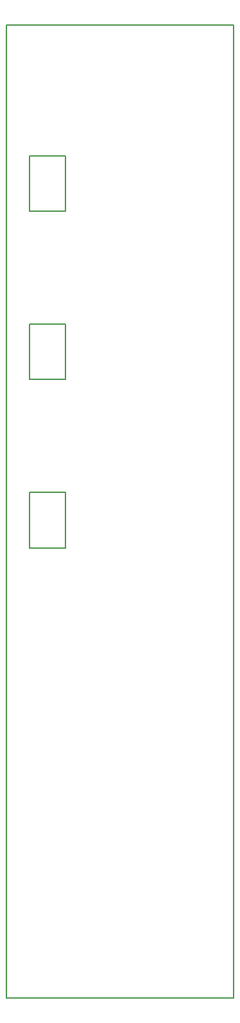
<source format=gbr>
G04 #@! TF.FileFunction,Profile,NP*
%FSLAX46Y46*%
G04 Gerber Fmt 4.6, Leading zero omitted, Abs format (unit mm)*
G04 Created by KiCad (PCBNEW 4.0.1-stable) date Sonntag, 24. April 2016 'u00' 18:00:35*
%MOMM*%
G01*
G04 APERTURE LIST*
%ADD10C,0.100000*%
%ADD11C,0.150000*%
G04 APERTURE END LIST*
D10*
D11*
X93100000Y-101100000D02*
X93100000Y-93800000D01*
X97800000Y-101100000D02*
X93100000Y-101100000D01*
X97800000Y-93800000D02*
X97800000Y-101100000D01*
X93100000Y-93800000D02*
X97800000Y-93800000D01*
X93100000Y-56700000D02*
X93100000Y-49400000D01*
X97800000Y-56700000D02*
X93100000Y-56700000D01*
X97800000Y-49400000D02*
X97800000Y-56700000D01*
X93100000Y-49400000D02*
X97800000Y-49400000D01*
X93100000Y-78900000D02*
X93100000Y-71600000D01*
X97800000Y-78900000D02*
X93100000Y-78900000D01*
X97800000Y-71600000D02*
X97800000Y-78900000D01*
X93100000Y-71600000D02*
X97800000Y-71600000D01*
X90000000Y-32100000D02*
X90000000Y-128400000D01*
X120000000Y-32100000D02*
X90000000Y-32100000D01*
X120000000Y-160500000D02*
X120000000Y-32100000D01*
X90000000Y-160500000D02*
X120000000Y-160500000D01*
X90000000Y-128400000D02*
X90000000Y-160500000D01*
M02*

</source>
